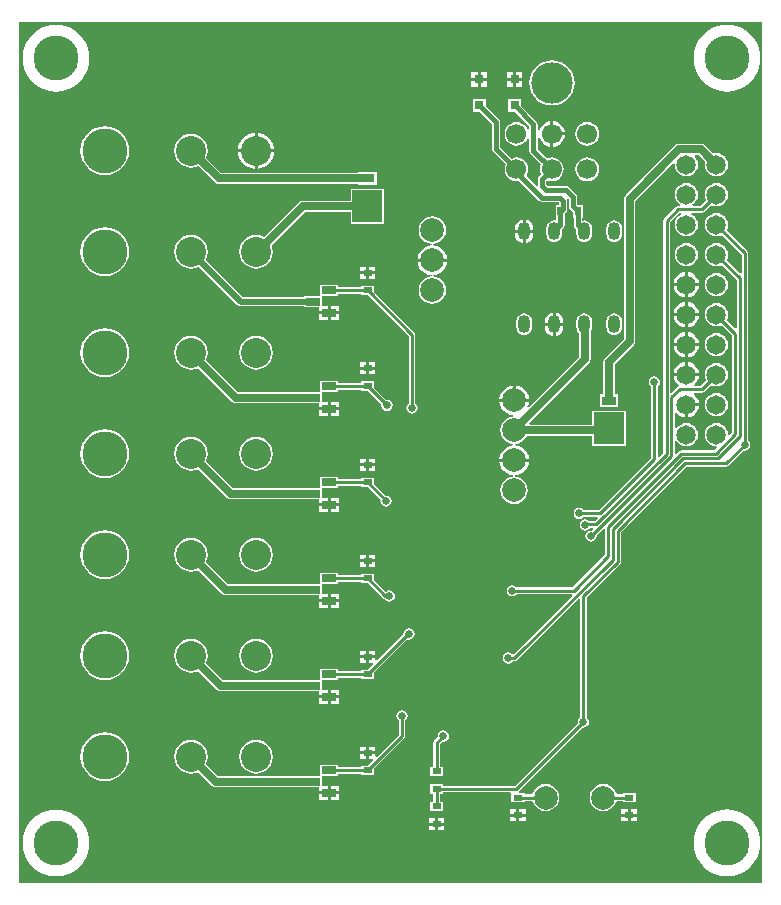
<source format=gbl>
G04 Layer_Physical_Order=2*
G04 Layer_Color=16711680*
%FSLAX44Y44*%
%MOMM*%
G71*
G01*
G75*
%ADD10R,0.8000X0.5000*%
%ADD12R,0.5000X0.8000*%
%ADD16R,2.5400X2.6670*%
%ADD17R,1.2700X0.7620*%
%ADD20C,0.2540*%
%ADD21C,0.6350*%
%ADD22C,0.5080*%
%ADD23C,2.0000*%
%ADD24C,3.8100*%
%ADD25C,1.6510*%
%ADD26C,2.5400*%
%ADD27C,1.7000*%
%ADD28C,3.5000*%
%ADD29O,1.0160X1.5240*%
%ADD30C,0.6350*%
%ADD31R,0.8000X0.8000*%
%ADD32R,1.2500X0.6500*%
%ADD33C,0.3810*%
G36*
X839984Y101007D02*
X210206D01*
Y830784D01*
X839984D01*
Y101007D01*
D02*
G37*
%LPC*%
G36*
X512152Y379298D02*
X506882D01*
Y375528D01*
X512152D01*
Y379298D01*
D02*
G37*
G36*
X471800Y420309D02*
X464280D01*
Y415789D01*
X471800D01*
Y420309D01*
D02*
G37*
G36*
X512152Y372988D02*
X506882D01*
Y369218D01*
X512152D01*
Y372988D01*
D02*
G37*
G36*
X504342Y379298D02*
X499072D01*
Y375528D01*
X504342D01*
Y379298D01*
D02*
G37*
G36*
X642237Y458009D02*
X629756D01*
X617276D01*
X617539Y456006D01*
X618803Y452955D01*
X620813Y450336D01*
X623432Y448326D01*
X626483Y447062D01*
X629072Y446721D01*
X629177Y446708D01*
Y445427D01*
X629072Y445413D01*
X626748Y445107D01*
X623945Y443946D01*
X621538Y442099D01*
X619690Y439691D01*
X618529Y436888D01*
X618133Y433880D01*
X618529Y430871D01*
X619690Y428068D01*
X621538Y425661D01*
X623945Y423813D01*
X626748Y422652D01*
X629757Y422256D01*
X632765Y422652D01*
X635568Y423813D01*
X637976Y425661D01*
X639823Y428068D01*
X640984Y430871D01*
X641380Y433880D01*
X640984Y436888D01*
X639823Y439691D01*
X637976Y442099D01*
X635568Y443946D01*
X632765Y445107D01*
X630441Y445413D01*
X630336Y445427D01*
Y446708D01*
X630441Y446721D01*
X633030Y447062D01*
X636081Y448326D01*
X638700Y450336D01*
X640710Y452955D01*
X641974Y456006D01*
X642237Y458009D01*
D02*
G37*
G36*
X481860Y427369D02*
X474340D01*
Y422849D01*
X481860D01*
Y427369D01*
D02*
G37*
G36*
Y420309D02*
X474340D01*
Y415789D01*
X481860D01*
Y420309D01*
D02*
G37*
G36*
X356108Y479167D02*
X352395Y478678D01*
X348935Y477245D01*
X345963Y474965D01*
X343683Y471993D01*
X342250Y468533D01*
X341761Y464820D01*
X342250Y461107D01*
X343683Y457647D01*
X345963Y454675D01*
X348935Y452395D01*
X352395Y450962D01*
X356108Y450473D01*
X359821Y450962D01*
X362203Y451949D01*
X386461Y427691D01*
X388016Y426653D01*
X389849Y426288D01*
X459570D01*
X459655Y426305D01*
X464280D01*
Y422849D01*
X471800D01*
Y427369D01*
X467344D01*
Y435805D01*
X480844D01*
Y437730D01*
X500088D01*
Y436560D01*
X505607D01*
X516731Y425436D01*
X516573Y424639D01*
X516938Y422806D01*
X517976Y421251D01*
X519530Y420213D01*
X521364Y419848D01*
X523197Y420213D01*
X524752Y421251D01*
X525790Y422806D01*
X526155Y424639D01*
X525790Y426473D01*
X524752Y428027D01*
X523197Y429065D01*
X521364Y429430D01*
X520889Y429336D01*
X511136Y439089D01*
Y444608D01*
X500088D01*
Y443428D01*
X480844D01*
Y445353D01*
X465296D01*
Y435853D01*
X459655D01*
X459570Y435870D01*
X391833D01*
X368979Y458724D01*
X369966Y461107D01*
X370455Y464820D01*
X369966Y468533D01*
X368533Y471993D01*
X366253Y474965D01*
X363281Y477245D01*
X359821Y478678D01*
X356108Y479167D01*
D02*
G37*
G36*
X481860Y339029D02*
X474340D01*
Y334509D01*
X481860D01*
Y339029D01*
D02*
G37*
G36*
X356108Y393653D02*
X352395Y393164D01*
X348935Y391731D01*
X345963Y389451D01*
X343683Y386480D01*
X342250Y383020D01*
X341761Y379307D01*
X342250Y375593D01*
X343683Y372133D01*
X345963Y369162D01*
X348935Y366882D01*
X352395Y365449D01*
X356108Y364960D01*
X359821Y365449D01*
X362203Y366436D01*
X382228Y346411D01*
X383782Y345373D01*
X385616Y345008D01*
X459570D01*
X459655Y345025D01*
X464280D01*
Y341569D01*
X471800D01*
Y346089D01*
X467344D01*
Y354525D01*
X480844D01*
Y356450D01*
X500088D01*
Y355234D01*
X505607D01*
X518383Y342458D01*
X518383Y342458D01*
X519307Y341840D01*
X520315Y341640D01*
X520686Y341085D01*
X522241Y340046D01*
X524074Y339681D01*
X525908Y340046D01*
X527462Y341085D01*
X528500Y342639D01*
X528865Y344472D01*
X528500Y346306D01*
X527462Y347860D01*
X525908Y348899D01*
X524074Y349263D01*
X522241Y348899D01*
X520897Y348001D01*
X511136Y357762D01*
Y363282D01*
X500088D01*
Y362148D01*
X480844D01*
Y364073D01*
X465296D01*
Y354573D01*
X459655D01*
X459570Y354590D01*
X387600D01*
X368979Y373211D01*
X369966Y375593D01*
X370455Y379307D01*
X369966Y383020D01*
X368533Y386480D01*
X366253Y389451D01*
X363281Y391731D01*
X359821Y393164D01*
X356108Y393653D01*
D02*
G37*
G36*
X512152Y298037D02*
X506882D01*
Y294267D01*
X512152D01*
Y298037D01*
D02*
G37*
G36*
X471800Y339029D02*
X464280D01*
Y334509D01*
X471800D01*
Y339029D01*
D02*
G37*
G36*
X411226Y393653D02*
X407513Y393164D01*
X404053Y391731D01*
X401081Y389451D01*
X398801Y386480D01*
X397368Y383020D01*
X396879Y379307D01*
X397368Y375593D01*
X398801Y372133D01*
X401081Y369162D01*
X404053Y366882D01*
X407513Y365449D01*
X411226Y364960D01*
X414939Y365449D01*
X418399Y366882D01*
X421371Y369162D01*
X423651Y372133D01*
X425084Y375593D01*
X425573Y379307D01*
X425084Y383020D01*
X423651Y386480D01*
X421371Y389451D01*
X418399Y391731D01*
X414939Y393164D01*
X411226Y393653D01*
D02*
G37*
G36*
X504342Y372988D02*
X499072D01*
Y369218D01*
X504342D01*
Y372988D01*
D02*
G37*
G36*
X481860Y346089D02*
X474340D01*
Y341569D01*
X481860D01*
Y346089D01*
D02*
G37*
G36*
X283210Y399980D02*
X279177Y399583D01*
X275299Y398406D01*
X271724Y396496D01*
X268592Y393925D01*
X266021Y390792D01*
X264110Y387218D01*
X262934Y383340D01*
X262537Y379307D01*
X262934Y375273D01*
X264110Y371395D01*
X266021Y367821D01*
X268592Y364688D01*
X271724Y362117D01*
X275299Y360207D01*
X279177Y359030D01*
X283210Y358633D01*
X287243Y359030D01*
X291121Y360207D01*
X294696Y362117D01*
X297828Y364688D01*
X300399Y367821D01*
X302310Y371395D01*
X303486Y375273D01*
X303883Y379307D01*
X303486Y383340D01*
X302310Y387218D01*
X300399Y390792D01*
X297828Y393925D01*
X294696Y396496D01*
X291121Y398406D01*
X287243Y399583D01*
X283210Y399980D01*
D02*
G37*
G36*
Y485494D02*
X279177Y485096D01*
X275299Y483920D01*
X271724Y482009D01*
X268592Y479438D01*
X266021Y476306D01*
X264110Y472731D01*
X262934Y468853D01*
X262537Y464820D01*
X262934Y460787D01*
X264110Y456908D01*
X266021Y453334D01*
X268592Y450201D01*
X271724Y447631D01*
X275299Y445720D01*
X279177Y444544D01*
X283210Y444146D01*
X287243Y444544D01*
X291121Y445720D01*
X294696Y447631D01*
X297828Y450201D01*
X300399Y453334D01*
X302310Y456908D01*
X303486Y460787D01*
X303883Y464820D01*
X303486Y468853D01*
X302310Y472731D01*
X300399Y476306D01*
X297828Y479438D01*
X294696Y482009D01*
X291121Y483920D01*
X287243Y485096D01*
X283210Y485494D01*
D02*
G37*
G36*
X356108Y564680D02*
X352395Y564191D01*
X348935Y562758D01*
X345963Y560478D01*
X343683Y557507D01*
X342250Y554047D01*
X341761Y550333D01*
X342250Y546620D01*
X343683Y543160D01*
X345963Y540189D01*
X348935Y537909D01*
X352395Y536475D01*
X356108Y535987D01*
X359821Y536475D01*
X362203Y537462D01*
X390695Y508971D01*
X392249Y507933D01*
X394082Y507568D01*
X459570D01*
X459655Y507585D01*
X464280D01*
Y504129D01*
X471800D01*
Y508649D01*
X467344D01*
Y517085D01*
X480844D01*
Y519010D01*
X499955D01*
X499955Y519010D01*
X500088Y518901D01*
Y518222D01*
X505607D01*
X517529Y506300D01*
X517412Y505709D01*
X517776Y503876D01*
X518815Y502321D01*
X520369Y501283D01*
X522203Y500918D01*
X524036Y501283D01*
X525590Y502321D01*
X526629Y503876D01*
X526994Y505709D01*
X526629Y507542D01*
X525590Y509097D01*
X524036Y510135D01*
X522203Y510500D01*
X521521Y510365D01*
X511136Y520751D01*
Y526270D01*
X500088D01*
Y525044D01*
X499252Y524878D01*
X498997Y524708D01*
X480844D01*
Y526633D01*
X465296D01*
Y517133D01*
X459655D01*
X459570Y517150D01*
X396067D01*
X368979Y544238D01*
X369966Y546620D01*
X370455Y550333D01*
X369966Y554047D01*
X368533Y557507D01*
X366253Y560478D01*
X363281Y562758D01*
X359821Y564191D01*
X356108Y564680D01*
D02*
G37*
G36*
X689065Y583591D02*
X687342Y583364D01*
X685735Y582699D01*
X684355Y581640D01*
X683297Y580261D01*
X682632Y578654D01*
X682404Y576930D01*
Y571850D01*
X682632Y570126D01*
X683297Y568520D01*
X684355Y567140D01*
X684906Y566717D01*
Y546605D01*
X642105Y503803D01*
X641028Y504523D01*
X641974Y506806D01*
X642237Y508810D01*
X629756D01*
X617276D01*
X617539Y506806D01*
X618803Y503755D01*
X620813Y501136D01*
X623432Y499126D01*
X626483Y497862D01*
X629072Y497522D01*
X629177Y497508D01*
Y496227D01*
X629072Y496213D01*
X626748Y495907D01*
X623945Y494746D01*
X621538Y492898D01*
X619690Y490491D01*
X618529Y487688D01*
X618133Y484679D01*
X618529Y481671D01*
X619690Y478868D01*
X621538Y476460D01*
X623945Y474613D01*
X626748Y473452D01*
X629072Y473146D01*
X629177Y473132D01*
Y471852D01*
X629072Y471838D01*
X626483Y471497D01*
X623432Y470233D01*
X620813Y468223D01*
X618803Y465604D01*
X617539Y462553D01*
X617276Y460550D01*
X629756D01*
X642237D01*
X641974Y462553D01*
X640710Y465604D01*
X638700Y468223D01*
X636081Y470233D01*
X633030Y471497D01*
X630441Y471838D01*
X630336Y471852D01*
Y473132D01*
X630441Y473146D01*
X632765Y473452D01*
X635568Y474613D01*
X637976Y476460D01*
X639823Y478868D01*
X640246Y479888D01*
X695772D01*
Y471375D01*
X724220D01*
Y501093D01*
X695772D01*
Y489471D01*
X642982D01*
X642496Y490644D01*
X693085Y541232D01*
X694123Y542787D01*
X694488Y544620D01*
Y568069D01*
X694834Y568520D01*
X695499Y570126D01*
X695726Y571850D01*
Y576930D01*
X695499Y578654D01*
X694834Y580261D01*
X693775Y581640D01*
X692396Y582699D01*
X690789Y583364D01*
X689065Y583591D01*
D02*
G37*
G36*
X481860Y501589D02*
X474340D01*
Y497069D01*
X481860D01*
Y501589D01*
D02*
G37*
G36*
X356108Y650193D02*
X352395Y649705D01*
X348935Y648271D01*
X345963Y645991D01*
X343683Y643020D01*
X342250Y639560D01*
X341761Y635847D01*
X342250Y632133D01*
X343683Y628673D01*
X345963Y625702D01*
X348935Y623422D01*
X352395Y621989D01*
X356108Y621500D01*
X359821Y621989D01*
X362851Y623244D01*
X395386Y590709D01*
X396730Y589811D01*
X398316Y589495D01*
X451796D01*
Y588865D01*
X464280D01*
Y585409D01*
X471800D01*
Y589929D01*
X467344D01*
Y598365D01*
X480844D01*
Y600268D01*
X500088D01*
Y599093D01*
X505607D01*
X540398Y564302D01*
Y507423D01*
X539859Y507063D01*
X538820Y505508D01*
X538455Y503675D01*
X538820Y501841D01*
X539859Y500287D01*
X541413Y499249D01*
X543246Y498884D01*
X545080Y499249D01*
X546634Y500287D01*
X547673Y501841D01*
X548037Y503675D01*
X547673Y505508D01*
X546634Y507063D01*
X546095Y507423D01*
Y565482D01*
X545878Y566572D01*
X545261Y567496D01*
X545261Y567496D01*
X511136Y601621D01*
Y607141D01*
X500088D01*
Y605965D01*
X480844D01*
Y607913D01*
X465296D01*
Y598413D01*
X451796D01*
Y597783D01*
X400032D01*
X368711Y629104D01*
X369966Y632133D01*
X370455Y635847D01*
X369966Y639560D01*
X368533Y643020D01*
X366253Y645991D01*
X363281Y648271D01*
X359821Y649705D01*
X356108Y650193D01*
D02*
G37*
G36*
X631026Y522561D02*
Y511349D01*
X642237D01*
X641974Y513353D01*
X640710Y516404D01*
X638700Y519023D01*
X636081Y521033D01*
X633030Y522297D01*
X631026Y522561D01*
D02*
G37*
G36*
X283210Y571007D02*
X279177Y570610D01*
X275299Y569433D01*
X271724Y567523D01*
X268592Y564952D01*
X266021Y561819D01*
X264110Y558245D01*
X262934Y554366D01*
X262537Y550333D01*
X262934Y546300D01*
X264110Y542422D01*
X266021Y538848D01*
X268592Y535715D01*
X271724Y533144D01*
X275299Y531233D01*
X279177Y530057D01*
X283210Y529660D01*
X287243Y530057D01*
X291121Y531233D01*
X294696Y533144D01*
X297828Y535715D01*
X300399Y538848D01*
X302310Y542422D01*
X303486Y546300D01*
X303883Y550333D01*
X303486Y554366D01*
X302310Y558245D01*
X300399Y561819D01*
X297828Y564952D01*
X294696Y567523D01*
X291121Y569433D01*
X287243Y570610D01*
X283210Y571007D01*
D02*
G37*
G36*
X481860Y508649D02*
X474340D01*
Y504129D01*
X481860D01*
Y508649D01*
D02*
G37*
G36*
X628486Y522561D02*
X626483Y522297D01*
X623432Y521033D01*
X620813Y519023D01*
X618803Y516404D01*
X617539Y513353D01*
X617276Y511349D01*
X628486D01*
Y522561D01*
D02*
G37*
G36*
X512152Y454314D02*
X506882D01*
Y450544D01*
X512152D01*
Y454314D01*
D02*
G37*
G36*
X504342Y460624D02*
X499072D01*
Y456854D01*
X504342D01*
Y460624D01*
D02*
G37*
G36*
X411226Y479167D02*
X407513Y478678D01*
X404053Y477245D01*
X401081Y474965D01*
X398801Y471993D01*
X397368Y468533D01*
X396879Y464820D01*
X397368Y461107D01*
X398801Y457647D01*
X401081Y454675D01*
X404053Y452395D01*
X407513Y450962D01*
X411226Y450473D01*
X414939Y450962D01*
X418399Y452395D01*
X421371Y454675D01*
X423651Y457647D01*
X425084Y461107D01*
X425573Y464820D01*
X425084Y468533D01*
X423651Y471993D01*
X421371Y474965D01*
X418399Y477245D01*
X414939Y478678D01*
X411226Y479167D01*
D02*
G37*
G36*
X504342Y454314D02*
X499072D01*
Y450544D01*
X504342D01*
Y454314D01*
D02*
G37*
G36*
X800963Y516290D02*
X798410Y515954D01*
X796031Y514968D01*
X793988Y513401D01*
X792421Y511358D01*
X791435Y508979D01*
X791099Y506426D01*
X791435Y503873D01*
X792421Y501495D01*
X793988Y499452D01*
X796031Y497884D01*
X798410Y496899D01*
X800963Y496563D01*
X803515Y496899D01*
X805894Y497884D01*
X807937Y499452D01*
X809504Y501495D01*
X810490Y503873D01*
X810826Y506426D01*
X810490Y508979D01*
X809504Y511358D01*
X807937Y513401D01*
X805894Y514968D01*
X803515Y515954D01*
X800963Y516290D01*
D02*
G37*
G36*
X471800Y501589D02*
X464280D01*
Y497069D01*
X471800D01*
Y501589D01*
D02*
G37*
G36*
X512152Y460624D02*
X506882D01*
Y456854D01*
X512152D01*
Y460624D01*
D02*
G37*
G36*
X786283Y505156D02*
X776833D01*
Y495705D01*
X778381Y495909D01*
X781006Y496997D01*
X783262Y498727D01*
X784992Y500982D01*
X786080Y503608D01*
X786283Y505156D01*
D02*
G37*
G36*
X631749Y163666D02*
X626479D01*
Y159896D01*
X631749D01*
Y163666D01*
D02*
G37*
G36*
X639560D02*
X634290D01*
Y159896D01*
X639560D01*
Y163666D01*
D02*
G37*
G36*
X725786Y157356D02*
X720516D01*
Y153586D01*
X725786D01*
Y157356D01*
D02*
G37*
G36*
X733596D02*
X728326D01*
Y153586D01*
X733596D01*
Y157356D01*
D02*
G37*
G36*
X705225Y185376D02*
X702216Y184980D01*
X699413Y183819D01*
X697005Y181972D01*
X695158Y179564D01*
X693997Y176761D01*
X693601Y173753D01*
X693997Y170744D01*
X695158Y167941D01*
X697005Y165534D01*
X699413Y163687D01*
X702216Y162525D01*
X705225Y162129D01*
X708233Y162525D01*
X711036Y163687D01*
X713444Y165534D01*
X715291Y167941D01*
X716452Y170744D01*
X716473Y170904D01*
X721532D01*
Y169602D01*
X732579D01*
Y177650D01*
X721532D01*
Y176602D01*
X716473D01*
X716452Y176761D01*
X715291Y179564D01*
X713444Y181972D01*
X711036Y183819D01*
X708233Y184980D01*
X705225Y185376D01*
D02*
G37*
G36*
X471800Y176469D02*
X464280D01*
Y171949D01*
X471800D01*
Y176469D01*
D02*
G37*
G36*
X725786Y163666D02*
X720516D01*
Y159896D01*
X725786D01*
Y163666D01*
D02*
G37*
G36*
X733596D02*
X728326D01*
Y159896D01*
X733596D01*
Y163666D01*
D02*
G37*
G36*
X562929Y150033D02*
X557659D01*
Y146263D01*
X562929D01*
Y150033D01*
D02*
G37*
G36*
X570739D02*
X565469D01*
Y146263D01*
X570739D01*
Y150033D01*
D02*
G37*
G36*
X241903Y163602D02*
X237479Y163254D01*
X233164Y162218D01*
X229064Y160519D01*
X225280Y158201D01*
X221906Y155318D01*
X219023Y151944D01*
X216705Y148160D01*
X215006Y144060D01*
X213970Y139745D01*
X213622Y135321D01*
X213970Y130897D01*
X215006Y126581D01*
X216705Y122481D01*
X219023Y118697D01*
X221906Y115323D01*
X225280Y112441D01*
X229064Y110122D01*
X233164Y108424D01*
X237479Y107388D01*
X241903Y107039D01*
X246327Y107388D01*
X250643Y108424D01*
X254743Y110122D01*
X258527Y112441D01*
X261901Y115323D01*
X264783Y118697D01*
X267102Y122481D01*
X268800Y126581D01*
X269836Y130897D01*
X270184Y135321D01*
X269836Y139745D01*
X268800Y144060D01*
X267102Y148160D01*
X264783Y151944D01*
X261901Y155318D01*
X258527Y158201D01*
X254743Y160519D01*
X250643Y162218D01*
X246327Y163254D01*
X241903Y163602D01*
D02*
G37*
G36*
X810043Y163675D02*
X805619Y163327D01*
X801304Y162291D01*
X797204Y160593D01*
X793420Y158274D01*
X790046Y155392D01*
X787163Y152017D01*
X784845Y148234D01*
X783147Y144134D01*
X782111Y139818D01*
X781762Y135394D01*
X782111Y130970D01*
X783147Y126655D01*
X784845Y122555D01*
X787163Y118771D01*
X790046Y115396D01*
X793420Y112514D01*
X797204Y110196D01*
X801304Y108497D01*
X805619Y107461D01*
X810043Y107113D01*
X814468Y107461D01*
X818783Y108497D01*
X822883Y110196D01*
X826667Y112514D01*
X830041Y115396D01*
X832923Y118771D01*
X835242Y122555D01*
X836941Y126655D01*
X837977Y130970D01*
X838325Y135394D01*
X837977Y139818D01*
X836941Y144134D01*
X835242Y148234D01*
X832923Y152017D01*
X830041Y155392D01*
X826667Y158274D01*
X822883Y160593D01*
X818783Y162291D01*
X814468Y163327D01*
X810043Y163675D01*
D02*
G37*
G36*
X631749Y157356D02*
X626479D01*
Y153586D01*
X631749D01*
Y157356D01*
D02*
G37*
G36*
X639560D02*
X634290D01*
Y153586D01*
X639560D01*
Y157356D01*
D02*
G37*
G36*
X562929Y156343D02*
X557659D01*
Y152573D01*
X562929D01*
Y156343D01*
D02*
G37*
G36*
X570739D02*
X565469D01*
Y152573D01*
X570739D01*
Y156343D01*
D02*
G37*
G36*
X481860Y176469D02*
X474340D01*
Y171949D01*
X481860D01*
Y176469D01*
D02*
G37*
G36*
Y264809D02*
X474340D01*
Y260289D01*
X481860D01*
Y264809D01*
D02*
G37*
G36*
X283210Y314467D02*
X279177Y314070D01*
X275299Y312893D01*
X271724Y310983D01*
X268592Y308412D01*
X266021Y305279D01*
X264110Y301705D01*
X262934Y297826D01*
X262537Y293793D01*
X262934Y289760D01*
X264110Y285882D01*
X266021Y282308D01*
X268592Y279175D01*
X271724Y276604D01*
X275299Y274694D01*
X279177Y273517D01*
X283210Y273120D01*
X287243Y273517D01*
X291121Y274694D01*
X294696Y276604D01*
X297828Y279175D01*
X300399Y282308D01*
X302310Y285882D01*
X303486Y289760D01*
X303883Y293793D01*
X303486Y297826D01*
X302310Y301705D01*
X300399Y305279D01*
X297828Y308412D01*
X294696Y310983D01*
X291121Y312893D01*
X287243Y314070D01*
X283210Y314467D01*
D02*
G37*
G36*
X471800Y257749D02*
X464280D01*
Y253229D01*
X471800D01*
Y257749D01*
D02*
G37*
G36*
X481860D02*
X474340D01*
Y253229D01*
X481860D01*
Y257749D01*
D02*
G37*
G36*
X540820Y317090D02*
X538987Y316725D01*
X537433Y315686D01*
X536394Y314132D01*
X536065Y312479D01*
X513325Y289739D01*
X512152Y290225D01*
Y291727D01*
X506882D01*
Y287957D01*
X509884D01*
X510370Y286783D01*
X505607Y282021D01*
X500088D01*
Y280868D01*
X480844D01*
Y282793D01*
X465296D01*
Y273293D01*
X459655D01*
X459570Y273310D01*
X383367D01*
X368979Y287698D01*
X369966Y290080D01*
X370455Y293793D01*
X369966Y297507D01*
X368533Y300967D01*
X366253Y303938D01*
X363281Y306218D01*
X359821Y307651D01*
X356108Y308140D01*
X352395Y307651D01*
X348935Y306218D01*
X345963Y303938D01*
X343683Y300967D01*
X342250Y297507D01*
X341761Y293793D01*
X342250Y290080D01*
X343683Y286620D01*
X345963Y283649D01*
X348935Y281369D01*
X352395Y279935D01*
X356108Y279447D01*
X359821Y279935D01*
X362203Y280922D01*
X377994Y265131D01*
X379549Y264093D01*
X381382Y263728D01*
X459570D01*
X459655Y263745D01*
X464280D01*
Y260289D01*
X471800D01*
Y264809D01*
X467344D01*
Y273245D01*
X480844D01*
Y275170D01*
X500088D01*
Y273973D01*
X511136D01*
Y279492D01*
X539428Y307785D01*
X540820Y307508D01*
X542654Y307872D01*
X544208Y308911D01*
X545247Y310465D01*
X545611Y312299D01*
X545247Y314132D01*
X544208Y315686D01*
X542654Y316725D01*
X540820Y317090D01*
D02*
G37*
G36*
X504342Y298037D02*
X499072D01*
Y294267D01*
X504342D01*
Y298037D01*
D02*
G37*
G36*
X411226Y308140D02*
X407513Y307651D01*
X404053Y306218D01*
X401081Y303938D01*
X398801Y300967D01*
X397368Y297507D01*
X396879Y293793D01*
X397368Y290080D01*
X398801Y286620D01*
X401081Y283649D01*
X404053Y281369D01*
X407513Y279935D01*
X411226Y279447D01*
X414939Y279935D01*
X418399Y281369D01*
X421371Y283649D01*
X423651Y286620D01*
X425084Y290080D01*
X425573Y293793D01*
X425084Y297507D01*
X423651Y300967D01*
X421371Y303938D01*
X418399Y306218D01*
X414939Y307651D01*
X411226Y308140D01*
D02*
G37*
G36*
X504342Y291727D02*
X499072D01*
Y287957D01*
X504342D01*
Y291727D01*
D02*
G37*
G36*
X411226Y222627D02*
X407513Y222138D01*
X404053Y220705D01*
X401081Y218425D01*
X398801Y215453D01*
X397368Y211993D01*
X396879Y208280D01*
X397368Y204567D01*
X398801Y201107D01*
X401081Y198135D01*
X404053Y195855D01*
X407513Y194422D01*
X411226Y193933D01*
X414939Y194422D01*
X418399Y195855D01*
X421371Y198135D01*
X423651Y201107D01*
X425084Y204567D01*
X425573Y208280D01*
X425084Y211993D01*
X423651Y215453D01*
X421371Y218425D01*
X418399Y220705D01*
X414939Y222138D01*
X411226Y222627D01*
D02*
G37*
G36*
X504342Y210466D02*
X499072D01*
Y206696D01*
X504342D01*
Y210466D01*
D02*
G37*
G36*
X481860Y183529D02*
X474340D01*
Y179009D01*
X481860D01*
Y183529D01*
D02*
G37*
G36*
X283210Y228953D02*
X279177Y228556D01*
X275299Y227380D01*
X271724Y225469D01*
X268592Y222898D01*
X266021Y219766D01*
X264110Y216191D01*
X262934Y212313D01*
X262537Y208280D01*
X262934Y204247D01*
X264110Y200369D01*
X266021Y196794D01*
X268592Y193662D01*
X271724Y191091D01*
X275299Y189180D01*
X279177Y188004D01*
X283210Y187607D01*
X287243Y188004D01*
X291121Y189180D01*
X294696Y191091D01*
X297828Y193662D01*
X300399Y196794D01*
X302310Y200369D01*
X303486Y204247D01*
X303883Y208280D01*
X303486Y212313D01*
X302310Y216191D01*
X300399Y219766D01*
X297828Y222898D01*
X294696Y225469D01*
X291121Y227380D01*
X287243Y228556D01*
X283210Y228953D01*
D02*
G37*
G36*
X512152Y216776D02*
X506882D01*
Y213006D01*
X512152D01*
Y216776D01*
D02*
G37*
G36*
X569901Y230735D02*
X568067Y230371D01*
X566513Y229332D01*
X565474Y227778D01*
X565110Y225944D01*
X565236Y225309D01*
X562184Y222257D01*
X561567Y221333D01*
X561350Y220243D01*
X561350Y220243D01*
Y199882D01*
X558675D01*
Y191834D01*
X569723D01*
Y199882D01*
X567048D01*
Y219063D01*
X569265Y221280D01*
X569901Y221153D01*
X571734Y221518D01*
X573288Y222557D01*
X574327Y224111D01*
X574692Y225944D01*
X574327Y227778D01*
X573288Y229332D01*
X571734Y230371D01*
X569901Y230735D01*
D02*
G37*
G36*
X534782Y247746D02*
X532949Y247381D01*
X531395Y246342D01*
X530356Y244788D01*
X529991Y242955D01*
X530356Y241121D01*
X531395Y239567D01*
X531934Y239207D01*
Y227087D01*
X513325Y208478D01*
X512152Y208964D01*
Y210466D01*
X506882D01*
Y206696D01*
X509884D01*
X510370Y205523D01*
X505607Y200760D01*
X500088D01*
Y199588D01*
X480844D01*
Y201513D01*
X465296D01*
Y192013D01*
X459655D01*
X459570Y192030D01*
X379133D01*
X368979Y202185D01*
X369966Y204567D01*
X370455Y208280D01*
X369966Y211993D01*
X368533Y215453D01*
X366253Y218425D01*
X363281Y220705D01*
X359821Y222138D01*
X356108Y222627D01*
X352395Y222138D01*
X348935Y220705D01*
X345963Y218425D01*
X343683Y215453D01*
X342250Y211993D01*
X341761Y208280D01*
X342250Y204567D01*
X343683Y201107D01*
X345963Y198135D01*
X348935Y195855D01*
X352395Y194422D01*
X356108Y193933D01*
X359821Y194422D01*
X362203Y195409D01*
X373761Y183851D01*
X375316Y182813D01*
X377149Y182448D01*
X459570D01*
X459655Y182465D01*
X464280D01*
Y179009D01*
X471800D01*
Y183529D01*
X467344D01*
Y191965D01*
X480844D01*
Y193890D01*
X500088D01*
Y192712D01*
X511136D01*
Y198231D01*
X536797Y223892D01*
X537414Y224816D01*
X537631Y225907D01*
X537631Y225907D01*
Y239207D01*
X538170Y239567D01*
X539209Y241121D01*
X539574Y242955D01*
X539209Y244788D01*
X538170Y246342D01*
X536616Y247381D01*
X534782Y247746D01*
D02*
G37*
G36*
X504342Y216776D02*
X499072D01*
Y213006D01*
X504342D01*
Y216776D01*
D02*
G37*
G36*
X504342Y535976D02*
X499072D01*
Y532206D01*
X504342D01*
Y535976D01*
D02*
G37*
G36*
X356108Y735707D02*
X352395Y735218D01*
X348935Y733784D01*
X345963Y731505D01*
X343683Y728533D01*
X342250Y725073D01*
X341761Y721360D01*
X342250Y717647D01*
X343683Y714186D01*
X345963Y711215D01*
X348935Y708935D01*
X352395Y707502D01*
X356108Y707013D01*
X359821Y707502D01*
X362204Y708489D01*
X376215Y694477D01*
X377770Y693439D01*
X379603Y693074D01*
X497586D01*
Y692531D01*
X513334D01*
Y703199D01*
X497586D01*
Y702656D01*
X381587D01*
X368979Y715264D01*
X369966Y717647D01*
X370455Y721360D01*
X369966Y725073D01*
X368533Y728533D01*
X366253Y731505D01*
X363281Y733784D01*
X359821Y735218D01*
X356108Y735707D01*
D02*
G37*
G36*
X691757Y715723D02*
X689140Y715378D01*
X686702Y714368D01*
X684608Y712761D01*
X683001Y710667D01*
X681991Y708229D01*
X681647Y705612D01*
X681991Y702995D01*
X683001Y700557D01*
X684608Y698463D01*
X686702Y696856D01*
X689140Y695846D01*
X691757Y695502D01*
X694374Y695846D01*
X696812Y696856D01*
X698906Y698463D01*
X700513Y700557D01*
X701523Y702995D01*
X701868Y705612D01*
X701523Y708229D01*
X700513Y710667D01*
X698906Y712761D01*
X696812Y714368D01*
X694374Y715378D01*
X691757Y715723D01*
D02*
G37*
G36*
X519684Y689229D02*
X491236D01*
Y679161D01*
X450596D01*
X448763Y678796D01*
X447208Y677758D01*
X417920Y648470D01*
X414939Y649705D01*
X411226Y650193D01*
X407513Y649705D01*
X404053Y648271D01*
X401081Y645991D01*
X398801Y643020D01*
X397368Y639560D01*
X396879Y635847D01*
X397368Y632133D01*
X398801Y628673D01*
X401081Y625702D01*
X404053Y623422D01*
X407513Y621989D01*
X411226Y621500D01*
X414939Y621989D01*
X418399Y623422D01*
X421371Y625702D01*
X423651Y628673D01*
X425084Y632133D01*
X425573Y635847D01*
X425084Y639560D01*
X424345Y641344D01*
X452580Y669579D01*
X491236D01*
Y659511D01*
X519684D01*
Y689229D01*
D02*
G37*
G36*
X800963Y694090D02*
X798410Y693754D01*
X796031Y692768D01*
X793988Y691201D01*
X792421Y689158D01*
X791435Y686779D01*
X791099Y684226D01*
X791435Y681674D01*
X792298Y679591D01*
X787299Y674592D01*
X781061D01*
X780892Y674918D01*
X780725Y675862D01*
X782537Y677252D01*
X784104Y679295D01*
X785090Y681674D01*
X785426Y684226D01*
X785090Y686779D01*
X784104Y689158D01*
X782537Y691201D01*
X780494Y692768D01*
X778115Y693754D01*
X775563Y694090D01*
X773010Y693754D01*
X770631Y692768D01*
X768588Y691201D01*
X767020Y689158D01*
X766035Y686779D01*
X765699Y684226D01*
X766035Y681674D01*
X767020Y679295D01*
X768588Y677252D01*
X770400Y675862D01*
X770233Y674918D01*
X770064Y674592D01*
X768480D01*
X768480Y674592D01*
X767389Y674375D01*
X766465Y673757D01*
X766465Y673757D01*
X756853Y664145D01*
X756235Y663221D01*
X756019Y662131D01*
X756019Y662131D01*
Y465866D01*
X752593Y462440D01*
X751419Y462926D01*
Y521792D01*
X751958Y522152D01*
X752997Y523707D01*
X753362Y525540D01*
X752997Y527374D01*
X751958Y528928D01*
X750404Y529967D01*
X748571Y530331D01*
X746737Y529967D01*
X745183Y528928D01*
X744144Y527374D01*
X743780Y525540D01*
X744144Y523707D01*
X745183Y522152D01*
X745722Y521792D01*
Y461316D01*
X701482Y417077D01*
X688703D01*
X688343Y417616D01*
X686789Y418655D01*
X684955Y419019D01*
X683122Y418655D01*
X681567Y417616D01*
X680529Y416062D01*
X680164Y414228D01*
X680529Y412395D01*
X681567Y410840D01*
X683122Y409802D01*
X684955Y409437D01*
X686789Y409802D01*
X688343Y410840D01*
X688703Y411379D01*
X699873D01*
X700359Y410206D01*
X697925Y407772D01*
X693445D01*
X693286Y408011D01*
X691731Y409049D01*
X689898Y409414D01*
X688064Y409049D01*
X686510Y408011D01*
X685472Y406456D01*
X685107Y404623D01*
X685472Y402789D01*
X686510Y401235D01*
X688064Y400196D01*
X689898Y399832D01*
X691731Y400196D01*
X693286Y401235D01*
X693847Y402075D01*
X696316D01*
X696802Y400902D01*
X695565Y399665D01*
X694841Y399809D01*
X693007Y399444D01*
X691453Y398405D01*
X690414Y396851D01*
X690050Y395018D01*
X690414Y393184D01*
X691453Y391630D01*
X693007Y390591D01*
X694841Y390227D01*
X696674Y390591D01*
X698229Y391630D01*
X699267Y393184D01*
X699632Y395018D01*
X699523Y395565D01*
X705286Y401328D01*
X706459Y400842D01*
Y379022D01*
X679062Y351624D01*
X631926D01*
X631565Y352164D01*
X630011Y353202D01*
X628178Y353567D01*
X626344Y353202D01*
X624790Y352164D01*
X623751Y350609D01*
X623387Y348776D01*
X623751Y346942D01*
X624790Y345388D01*
X626344Y344350D01*
X628178Y343985D01*
X630011Y344350D01*
X631565Y345388D01*
X631926Y345927D01*
X678357D01*
X678843Y344754D01*
X629635Y295546D01*
X628295Y295266D01*
X626740Y296305D01*
X624907Y296670D01*
X623073Y296305D01*
X621519Y295266D01*
X620480Y293712D01*
X620116Y291878D01*
X620480Y290045D01*
X621519Y288491D01*
X623073Y287452D01*
X624907Y287087D01*
X626740Y287452D01*
X628295Y288491D01*
X628655Y289030D01*
X629996D01*
X629996Y289030D01*
X631086Y289247D01*
X632010Y289864D01*
X684290Y342143D01*
X685463Y341657D01*
Y241496D01*
X684924Y241136D01*
X683885Y239582D01*
X683521Y237748D01*
X683647Y237113D01*
X630241Y183706D01*
X569723D01*
Y184882D01*
X558675D01*
Y176834D01*
X561350D01*
Y170327D01*
X558675D01*
Y162279D01*
X569723D01*
Y170327D01*
X567048D01*
Y176834D01*
X569723D01*
Y178009D01*
X626374D01*
X627495Y177650D01*
X627495Y176739D01*
Y169602D01*
X638544D01*
Y170777D01*
X645193D01*
X645197Y170744D01*
X646358Y167941D01*
X648205Y165534D01*
X650613Y163687D01*
X653416Y162525D01*
X656424Y162129D01*
X659433Y162525D01*
X662236Y163687D01*
X664643Y165534D01*
X666491Y167941D01*
X667652Y170744D01*
X668048Y173753D01*
X667652Y176761D01*
X666491Y179564D01*
X664643Y181972D01*
X662236Y183819D01*
X659433Y184980D01*
X656424Y185376D01*
X653416Y184980D01*
X650613Y183819D01*
X648205Y181972D01*
X646358Y179564D01*
X645197Y176761D01*
X645159Y176475D01*
X638544D01*
Y177650D01*
X633935D01*
X633539Y178595D01*
X633512Y178920D01*
X687676Y233084D01*
X688312Y232957D01*
X690145Y233322D01*
X691699Y234361D01*
X692738Y235915D01*
X693103Y237748D01*
X692738Y239582D01*
X691699Y241136D01*
X691160Y241496D01*
Y343267D01*
X719450Y371557D01*
X719451Y371557D01*
X720068Y372481D01*
X720285Y373571D01*
X720285Y373571D01*
Y398423D01*
X775754Y453892D01*
X809398D01*
X809398Y453892D01*
X810488Y454109D01*
X811412Y454726D01*
X824331Y467645D01*
X824955Y467521D01*
X826788Y467886D01*
X828342Y468924D01*
X829381Y470478D01*
X829746Y472312D01*
X829381Y474145D01*
X828342Y475700D01*
X828103Y475860D01*
Y634535D01*
X828103Y634535D01*
X827886Y635625D01*
X827268Y636549D01*
X809627Y654191D01*
X810490Y656273D01*
X810826Y658826D01*
X810490Y661379D01*
X809504Y663758D01*
X807937Y665801D01*
X805894Y667368D01*
X803515Y668354D01*
X800963Y668690D01*
X798410Y668354D01*
X796031Y667368D01*
X793988Y665801D01*
X792421Y663758D01*
X791435Y661379D01*
X791099Y658826D01*
X791435Y656273D01*
X792421Y653895D01*
X793988Y651852D01*
X796031Y650284D01*
X798410Y649299D01*
X800963Y648963D01*
X803515Y649299D01*
X805598Y650162D01*
X822405Y633355D01*
Y617672D01*
X821232Y617186D01*
X809627Y628791D01*
X810490Y630873D01*
X810826Y633426D01*
X810490Y635979D01*
X809504Y638358D01*
X807937Y640401D01*
X805894Y641968D01*
X803515Y642954D01*
X800963Y643290D01*
X798410Y642954D01*
X796031Y641968D01*
X793988Y640401D01*
X792421Y638358D01*
X791435Y635979D01*
X791099Y633426D01*
X791435Y630873D01*
X792421Y628495D01*
X793988Y626452D01*
X796031Y624884D01*
X798410Y623899D01*
X800963Y623563D01*
X803515Y623899D01*
X805598Y624762D01*
X818341Y612019D01*
Y570936D01*
X817168Y570450D01*
X809627Y577990D01*
X810490Y580074D01*
X810826Y582626D01*
X810490Y585179D01*
X809504Y587558D01*
X807937Y589601D01*
X805894Y591168D01*
X803515Y592154D01*
X800963Y592490D01*
X798410Y592154D01*
X796031Y591168D01*
X793988Y589601D01*
X792421Y587558D01*
X791435Y585179D01*
X791099Y582626D01*
X791435Y580074D01*
X792421Y577695D01*
X793988Y575652D01*
X796031Y574084D01*
X798410Y573099D01*
X800963Y572763D01*
X803515Y573099D01*
X805598Y573962D01*
X814277Y565283D01*
Y482744D01*
X811960Y480427D01*
X811190Y480806D01*
X810819Y481082D01*
X810490Y483579D01*
X809504Y485958D01*
X807937Y488001D01*
X805894Y489568D01*
X803515Y490554D01*
X800963Y490890D01*
X798410Y490554D01*
X796031Y489568D01*
X793988Y488001D01*
X792421Y485958D01*
X791435Y483579D01*
X791099Y481026D01*
X791435Y478474D01*
X792421Y476095D01*
X793988Y474052D01*
X796031Y472484D01*
X798410Y471499D01*
X800907Y471170D01*
X801182Y470798D01*
X801562Y470029D01*
X799251Y467718D01*
X771207D01*
X771207Y467718D01*
X770117Y467501D01*
X769193Y466883D01*
X769193Y466883D01*
X766953Y464644D01*
X765780Y465130D01*
Y475771D01*
X766924Y476069D01*
X767050Y476056D01*
X768588Y474052D01*
X770631Y472484D01*
X773010Y471499D01*
X775563Y471163D01*
X778115Y471499D01*
X780494Y472484D01*
X782537Y474052D01*
X784104Y476095D01*
X785090Y478474D01*
X785426Y481026D01*
X785090Y483579D01*
X784104Y485958D01*
X782537Y488001D01*
X780494Y489568D01*
X778115Y490554D01*
X775563Y490890D01*
X773010Y490554D01*
X770631Y489568D01*
X768588Y488001D01*
X767050Y485997D01*
X766924Y485983D01*
X765780Y486282D01*
Y499356D01*
X767050Y499787D01*
X767863Y498727D01*
X770118Y496997D01*
X772744Y495909D01*
X774293Y495705D01*
Y506426D01*
X775563D01*
Y507696D01*
X786283D01*
X786080Y509244D01*
X784992Y511870D01*
X783262Y514125D01*
X781852Y515207D01*
X782283Y516477D01*
X788462D01*
X788462Y516477D01*
X789552Y516693D01*
X790476Y517311D01*
X796327Y523162D01*
X798410Y522299D01*
X800963Y521963D01*
X803515Y522299D01*
X805894Y523284D01*
X807937Y524852D01*
X809504Y526895D01*
X810490Y529273D01*
X810826Y531826D01*
X810490Y534379D01*
X809504Y536758D01*
X807937Y538801D01*
X805894Y540368D01*
X803515Y541354D01*
X800963Y541690D01*
X798410Y541354D01*
X796031Y540368D01*
X793988Y538801D01*
X792421Y536758D01*
X791435Y534379D01*
X791099Y531826D01*
X791435Y529273D01*
X792298Y527191D01*
X787282Y522174D01*
X782803D01*
X782371Y523444D01*
X783262Y524127D01*
X784992Y526382D01*
X786080Y529008D01*
X786283Y530556D01*
X775563D01*
X764842D01*
X765045Y529008D01*
X766133Y526382D01*
X767863Y524127D01*
X768944Y523298D01*
X768713Y521957D01*
X767788Y521340D01*
X767788Y521340D01*
X762889Y516441D01*
X761716Y516927D01*
Y660951D01*
X769659Y668894D01*
X770996D01*
X771248Y667624D01*
X770631Y667368D01*
X768588Y665801D01*
X767020Y663758D01*
X766035Y661379D01*
X765699Y658826D01*
X766035Y656273D01*
X767020Y653895D01*
X768588Y651852D01*
X770631Y650284D01*
X773010Y649299D01*
X775563Y648963D01*
X778115Y649299D01*
X780494Y650284D01*
X782537Y651852D01*
X784104Y653895D01*
X785090Y656273D01*
X785426Y658826D01*
X785090Y661379D01*
X784104Y663758D01*
X782537Y665801D01*
X780494Y667368D01*
X779876Y667624D01*
X780129Y668894D01*
X788479D01*
X788479Y668894D01*
X789569Y669111D01*
X790493Y669728D01*
X796327Y675562D01*
X798410Y674699D01*
X800963Y674363D01*
X803515Y674699D01*
X805894Y675684D01*
X807937Y677252D01*
X809504Y679295D01*
X810490Y681674D01*
X810826Y684226D01*
X810490Y686779D01*
X809504Y689158D01*
X807937Y691201D01*
X805894Y692768D01*
X803515Y693754D01*
X800963Y694090D01*
D02*
G37*
G36*
X409956Y720090D02*
X396037D01*
X396207Y718372D01*
X397078Y715500D01*
X398493Y712852D01*
X400397Y710531D01*
X402718Y708627D01*
X405366Y707212D01*
X408238Y706340D01*
X409956Y706171D01*
Y720090D01*
D02*
G37*
G36*
X426415D02*
X412496D01*
Y706171D01*
X414214Y706340D01*
X417086Y707212D01*
X419734Y708627D01*
X422054Y710531D01*
X423959Y712852D01*
X425374Y715500D01*
X426245Y718372D01*
X426415Y720090D01*
D02*
G37*
G36*
X788008Y727371D02*
X769393D01*
X767560Y727007D01*
X766005Y725968D01*
X724201Y684164D01*
X723163Y682609D01*
X722798Y680776D01*
Y562210D01*
X706609Y546020D01*
X705570Y544466D01*
X705205Y542633D01*
Y515063D01*
X702122D01*
Y504395D01*
X717870D01*
Y515063D01*
X714788D01*
Y540648D01*
X730977Y556837D01*
X732015Y558392D01*
X732380Y560225D01*
Y678792D01*
X764601Y711012D01*
X765803Y710419D01*
X765699Y709626D01*
X766035Y707074D01*
X767020Y704695D01*
X768588Y702652D01*
X770631Y701084D01*
X773010Y700099D01*
X775563Y699763D01*
X778115Y700099D01*
X780494Y701084D01*
X782537Y702652D01*
X784104Y704695D01*
X785090Y707074D01*
X785426Y709626D01*
X785090Y712179D01*
X784104Y714558D01*
X782599Y716519D01*
X782699Y717077D01*
X782940Y717789D01*
X786024D01*
X791494Y712320D01*
X791435Y712179D01*
X791099Y709626D01*
X791435Y707074D01*
X792421Y704695D01*
X793988Y702652D01*
X796031Y701084D01*
X798410Y700099D01*
X800963Y699763D01*
X803515Y700099D01*
X805894Y701084D01*
X807937Y702652D01*
X809504Y704695D01*
X810490Y707074D01*
X810826Y709626D01*
X810490Y712179D01*
X809504Y714558D01*
X807937Y716601D01*
X805894Y718168D01*
X803515Y719154D01*
X800963Y719490D01*
X798410Y719154D01*
X798269Y719095D01*
X791396Y725968D01*
X789842Y727007D01*
X788008Y727371D01*
D02*
G37*
G36*
X283210Y742033D02*
X279177Y741636D01*
X275299Y740460D01*
X271724Y738549D01*
X268592Y735978D01*
X266021Y732846D01*
X264110Y729271D01*
X262934Y725393D01*
X262537Y721360D01*
X262934Y717327D01*
X264110Y713448D01*
X266021Y709874D01*
X268592Y706741D01*
X271724Y704171D01*
X275299Y702260D01*
X279177Y701084D01*
X283210Y700686D01*
X287243Y701084D01*
X291121Y702260D01*
X294696Y704171D01*
X297828Y706741D01*
X300399Y709874D01*
X302310Y713448D01*
X303486Y717327D01*
X303883Y721360D01*
X303486Y725393D01*
X302310Y729271D01*
X300399Y732846D01*
X297828Y735978D01*
X294696Y738549D01*
X291121Y740460D01*
X287243Y741636D01*
X283210Y742033D01*
D02*
G37*
G36*
X560474Y665795D02*
X557465Y665399D01*
X554662Y664238D01*
X552255Y662390D01*
X550408Y659983D01*
X549246Y657180D01*
X548850Y654171D01*
X549246Y651163D01*
X550408Y648360D01*
X552255Y645952D01*
X554662Y644105D01*
X557465Y642944D01*
X559789Y642638D01*
X559894Y642624D01*
Y641343D01*
X559789Y641329D01*
X557200Y640989D01*
X554150Y639725D01*
X551530Y637715D01*
X549520Y635095D01*
X548256Y632045D01*
X547993Y630041D01*
X560474D01*
X572955D01*
X572691Y632045D01*
X571427Y635095D01*
X569417Y637715D01*
X566798Y639725D01*
X563747Y640989D01*
X561158Y641329D01*
X561053Y641343D01*
Y642624D01*
X561158Y642638D01*
X563482Y642944D01*
X566286Y644105D01*
X568693Y645952D01*
X570540Y648360D01*
X571701Y651163D01*
X572097Y654171D01*
X571701Y657180D01*
X570540Y659983D01*
X568693Y662390D01*
X566286Y664238D01*
X563482Y665399D01*
X560474Y665795D01*
D02*
G37*
G36*
X636996Y651860D02*
X630580D01*
Y650590D01*
X630842Y648601D01*
X631609Y646747D01*
X632831Y645155D01*
X634423Y643934D01*
X636276Y643166D01*
X636996Y643071D01*
Y651860D01*
D02*
G37*
G36*
X512152Y623157D02*
X506882D01*
Y619387D01*
X512152D01*
Y623157D01*
D02*
G37*
G36*
X775563Y643290D02*
X773010Y642954D01*
X770631Y641968D01*
X768588Y640401D01*
X767020Y638358D01*
X766035Y635979D01*
X765699Y633426D01*
X766035Y630873D01*
X767020Y628495D01*
X768588Y626452D01*
X770631Y624884D01*
X773010Y623899D01*
X775563Y623563D01*
X778115Y623899D01*
X780494Y624884D01*
X782537Y626452D01*
X784104Y628495D01*
X785090Y630873D01*
X785426Y633426D01*
X785090Y635979D01*
X784104Y638358D01*
X782537Y640401D01*
X780494Y641968D01*
X778115Y642954D01*
X775563Y643290D01*
D02*
G37*
G36*
X636996Y663189D02*
X636276Y663094D01*
X634423Y662326D01*
X632831Y661105D01*
X631609Y659513D01*
X630842Y657659D01*
X630580Y655670D01*
Y654400D01*
X636996D01*
Y663189D01*
D02*
G37*
G36*
X639535D02*
Y654400D01*
X645951D01*
Y655670D01*
X645689Y657659D01*
X644922Y659513D01*
X643700Y661105D01*
X642108Y662326D01*
X640255Y663094D01*
X639535Y663189D01*
D02*
G37*
G36*
X645951Y651860D02*
X639535D01*
Y643071D01*
X640255Y643166D01*
X642108Y643934D01*
X643700Y645155D01*
X644922Y646747D01*
X645689Y648601D01*
X645951Y650590D01*
Y651860D01*
D02*
G37*
G36*
X714465Y662331D02*
X712741Y662104D01*
X711135Y661439D01*
X709755Y660380D01*
X708697Y659000D01*
X708031Y657394D01*
X707804Y655670D01*
Y650590D01*
X708031Y648866D01*
X708697Y647260D01*
X709755Y645880D01*
X711135Y644821D01*
X712741Y644156D01*
X714465Y643929D01*
X716189Y644156D01*
X717796Y644821D01*
X719175Y645880D01*
X720234Y647260D01*
X720900Y648866D01*
X721126Y650590D01*
Y655670D01*
X720900Y657394D01*
X720234Y659000D01*
X719175Y660380D01*
X717796Y661439D01*
X716189Y662104D01*
X714465Y662331D01*
D02*
G37*
G36*
X409956Y736548D02*
X408238Y736379D01*
X405366Y735508D01*
X402718Y734093D01*
X400397Y732188D01*
X398493Y729868D01*
X397078Y727220D01*
X396207Y724348D01*
X396037Y722630D01*
X409956D01*
Y736548D01*
D02*
G37*
G36*
X628826Y780522D02*
X623556D01*
Y775252D01*
X628826D01*
Y780522D01*
D02*
G37*
G36*
X636636D02*
X631366D01*
Y775252D01*
X636636D01*
Y780522D01*
D02*
G37*
G36*
X598826D02*
X593556D01*
Y775252D01*
X598826D01*
Y780522D01*
D02*
G37*
G36*
X606636D02*
X601366D01*
Y775252D01*
X606636D01*
Y780522D01*
D02*
G37*
G36*
Y788332D02*
X601366D01*
Y783062D01*
X606636D01*
Y788332D01*
D02*
G37*
G36*
X636636D02*
X631366D01*
Y783062D01*
X636636D01*
Y788332D01*
D02*
G37*
G36*
X598826D02*
X593556D01*
Y783062D01*
X598826D01*
Y788332D01*
D02*
G37*
G36*
X628826D02*
X623556D01*
Y783062D01*
X628826D01*
Y788332D01*
D02*
G37*
G36*
X691757Y745723D02*
X689140Y745378D01*
X686702Y744368D01*
X684608Y742761D01*
X683001Y740667D01*
X681991Y738229D01*
X681647Y735612D01*
X681991Y732995D01*
X683001Y730557D01*
X684608Y728463D01*
X686702Y726856D01*
X689140Y725846D01*
X691757Y725502D01*
X694374Y725846D01*
X696812Y726856D01*
X698906Y728463D01*
X700513Y730557D01*
X701523Y732995D01*
X701868Y735612D01*
X701523Y738229D01*
X700513Y740667D01*
X698906Y742761D01*
X696812Y744368D01*
X694374Y745378D01*
X691757Y745723D01*
D02*
G37*
G36*
X663027Y746580D02*
Y736882D01*
X672725D01*
X672513Y738494D01*
X671401Y741180D01*
X669631Y743486D01*
X667325Y745256D01*
X664639Y746368D01*
X663027Y746580D01*
D02*
G37*
G36*
X412496Y736548D02*
Y722630D01*
X426415D01*
X426245Y724348D01*
X425374Y727220D01*
X423959Y729868D01*
X422054Y732188D01*
X419734Y734093D01*
X417086Y735508D01*
X414214Y736379D01*
X412496Y736548D01*
D02*
G37*
G36*
X672725Y734342D02*
X663027D01*
Y724644D01*
X664639Y724856D01*
X667325Y725969D01*
X669631Y727738D01*
X671401Y730045D01*
X672513Y732730D01*
X672725Y734342D01*
D02*
G37*
G36*
X241903Y827987D02*
X237479Y827638D01*
X233164Y826602D01*
X229064Y824904D01*
X225280Y822586D01*
X221906Y819703D01*
X219023Y816329D01*
X216705Y812545D01*
X215006Y808445D01*
X213970Y804130D01*
X213622Y799706D01*
X213970Y795281D01*
X215006Y790966D01*
X216705Y786866D01*
X219023Y783082D01*
X221906Y779708D01*
X225280Y776826D01*
X229064Y774507D01*
X233164Y772809D01*
X237479Y771773D01*
X241903Y771424D01*
X246327Y771773D01*
X250643Y772809D01*
X254743Y774507D01*
X258527Y776826D01*
X261901Y779708D01*
X264783Y783082D01*
X267102Y786866D01*
X268800Y790966D01*
X269836Y795281D01*
X270184Y799706D01*
X269836Y804130D01*
X268800Y808445D01*
X267102Y812545D01*
X264783Y816329D01*
X261901Y819703D01*
X258527Y822586D01*
X254743Y824904D01*
X250643Y826602D01*
X246327Y827638D01*
X241903Y827987D01*
D02*
G37*
G36*
X810043Y828060D02*
X805619Y827712D01*
X801304Y826676D01*
X797204Y824978D01*
X793420Y822659D01*
X790046Y819777D01*
X787163Y816402D01*
X784845Y812618D01*
X783147Y808518D01*
X782111Y804203D01*
X781762Y799779D01*
X782111Y795355D01*
X783147Y791040D01*
X784845Y786940D01*
X787163Y783156D01*
X790046Y779781D01*
X793420Y776899D01*
X797204Y774580D01*
X801304Y772882D01*
X805619Y771846D01*
X810043Y771498D01*
X814468Y771846D01*
X818783Y772882D01*
X822883Y774580D01*
X826667Y776899D01*
X830041Y779781D01*
X832923Y783156D01*
X835242Y786940D01*
X836941Y791040D01*
X837977Y795355D01*
X838325Y799779D01*
X837977Y804203D01*
X836941Y808518D01*
X835242Y812618D01*
X832923Y816402D01*
X830041Y819777D01*
X826667Y822659D01*
X822883Y824978D01*
X818783Y826676D01*
X814468Y827712D01*
X810043Y828060D01*
D02*
G37*
G36*
X635620Y765316D02*
X624572D01*
Y754268D01*
X630676D01*
X642560Y742383D01*
Y739044D01*
X641290Y738791D01*
X640513Y740667D01*
X638906Y742761D01*
X636812Y744368D01*
X634374Y745378D01*
X631757Y745723D01*
X629140Y745378D01*
X626702Y744368D01*
X624608Y742761D01*
X623001Y740667D01*
X621991Y738229D01*
X621647Y735612D01*
X621991Y732995D01*
X623001Y730557D01*
X624608Y728463D01*
X626702Y726856D01*
X629140Y725846D01*
X631757Y725502D01*
X634374Y725846D01*
X636812Y726856D01*
X638906Y728463D01*
X640513Y730557D01*
X641290Y732433D01*
X642560Y732181D01*
Y721313D01*
X642826Y719975D01*
X643584Y718841D01*
X652637Y709788D01*
X651991Y708229D01*
X651647Y705612D01*
X651991Y702995D01*
X652637Y701436D01*
X650965Y699764D01*
X650207Y698630D01*
X649941Y697292D01*
Y691665D01*
X648843Y691111D01*
X648715Y691095D01*
X639966Y699844D01*
X640513Y700557D01*
X641523Y702995D01*
X641868Y705612D01*
X641523Y708229D01*
X640513Y710667D01*
X638906Y712761D01*
X636812Y714368D01*
X634374Y715378D01*
X631757Y715723D01*
X629140Y715378D01*
X627581Y714732D01*
X617877Y724437D01*
Y745507D01*
X617877Y745508D01*
X617611Y746845D01*
X616853Y747980D01*
X616853Y747980D01*
X605620Y759212D01*
Y765316D01*
X594572D01*
Y754268D01*
X600676D01*
X610884Y744059D01*
Y722989D01*
X611151Y721651D01*
X611908Y720517D01*
X622637Y709788D01*
X621991Y708229D01*
X621647Y705612D01*
X621991Y702995D01*
X623001Y700557D01*
X624608Y698463D01*
X626702Y696856D01*
X629140Y695846D01*
X631757Y695502D01*
X634110Y695811D01*
X650747Y679174D01*
X651882Y678416D01*
X653220Y678150D01*
X667004D01*
X667389Y677765D01*
Y675502D01*
X664893D01*
Y664454D01*
X664931D01*
X665196Y663184D01*
X664151Y662267D01*
X663665Y662331D01*
X661942Y662104D01*
X660335Y661439D01*
X658956Y660380D01*
X657897Y659000D01*
X657232Y657394D01*
X657004Y655670D01*
Y650590D01*
X657232Y648866D01*
X657897Y647260D01*
X658956Y645880D01*
X660335Y644821D01*
X661942Y644156D01*
X663665Y643929D01*
X665389Y644156D01*
X666996Y644821D01*
X668375Y645880D01*
X669434Y647260D01*
X670099Y648866D01*
X670327Y650590D01*
Y654847D01*
X671389Y655910D01*
X672147Y657044D01*
X672413Y658382D01*
Y664454D01*
X672941D01*
Y669057D01*
X673357Y669473D01*
X673357Y669473D01*
X674115Y670608D01*
X674381Y671946D01*
Y679213D01*
X674115Y680551D01*
X673904Y680867D01*
X674890Y681677D01*
X676096Y680471D01*
Y674303D01*
X676362Y672965D01*
X677120Y671831D01*
X679893Y669057D01*
Y664454D01*
X680421D01*
Y658278D01*
X680687Y656940D01*
X681445Y655806D01*
X682404Y654847D01*
Y650590D01*
X682632Y648866D01*
X683297Y647260D01*
X684355Y645880D01*
X685735Y644821D01*
X687342Y644156D01*
X689065Y643929D01*
X690789Y644156D01*
X692396Y644821D01*
X693775Y645880D01*
X694834Y647260D01*
X695499Y648866D01*
X695726Y650590D01*
Y655670D01*
X695499Y657394D01*
X694834Y659000D01*
X693775Y660380D01*
X692396Y661439D01*
X690789Y662104D01*
X689065Y662331D01*
X688368Y662239D01*
X687414Y663077D01*
Y664454D01*
X687941D01*
Y675502D01*
X683338D01*
X683089Y675751D01*
Y681919D01*
X683089Y681919D01*
X682822Y683257D01*
X682065Y684391D01*
X682065Y684391D01*
X675988Y690468D01*
X674854Y691226D01*
X673515Y691492D01*
X658136D01*
X656933Y692695D01*
Y695480D01*
X658008Y696315D01*
X659140Y695846D01*
X661757Y695502D01*
X664374Y695846D01*
X666812Y696856D01*
X668906Y698463D01*
X670513Y700557D01*
X671523Y702995D01*
X671868Y705612D01*
X671523Y708229D01*
X670513Y710667D01*
X668906Y712761D01*
X666812Y714368D01*
X664374Y715378D01*
X661757Y715723D01*
X659140Y715378D01*
X657581Y714732D01*
X649553Y722761D01*
Y734004D01*
X650823Y734087D01*
X651001Y732730D01*
X652114Y730045D01*
X653883Y727738D01*
X656189Y725969D01*
X658875Y724856D01*
X660487Y724644D01*
Y735612D01*
Y746580D01*
X658875Y746368D01*
X656189Y745256D01*
X653883Y743486D01*
X652114Y741180D01*
X651001Y738494D01*
X650823Y737137D01*
X649553Y737220D01*
Y743832D01*
X649286Y745170D01*
X648529Y746304D01*
X635620Y759212D01*
Y765316D01*
D02*
G37*
G36*
X661757Y797928D02*
X658028Y797561D01*
X654442Y796473D01*
X651137Y794707D01*
X648240Y792329D01*
X645863Y789433D01*
X644096Y786128D01*
X643008Y782542D01*
X642641Y778812D01*
X643008Y775083D01*
X644096Y771497D01*
X645863Y768192D01*
X648240Y765295D01*
X651137Y762918D01*
X654442Y761151D01*
X658028Y760063D01*
X661757Y759696D01*
X665486Y760063D01*
X669072Y761151D01*
X672377Y762918D01*
X675274Y765295D01*
X677652Y768192D01*
X679418Y771497D01*
X680506Y775083D01*
X680873Y778812D01*
X680506Y782542D01*
X679418Y786128D01*
X677652Y789433D01*
X675274Y792329D01*
X672377Y794707D01*
X669072Y796473D01*
X665486Y797561D01*
X661757Y797928D01*
D02*
G37*
G36*
X504342Y623157D02*
X499072D01*
Y619387D01*
X504342D01*
Y623157D01*
D02*
G37*
G36*
X776833Y567947D02*
Y558496D01*
X786283D01*
X786080Y560044D01*
X784992Y562670D01*
X783262Y564925D01*
X781006Y566656D01*
X778381Y567743D01*
X776833Y567947D01*
D02*
G37*
G36*
X662395Y573120D02*
X655980D01*
Y571850D01*
X656242Y569861D01*
X657009Y568007D01*
X658231Y566415D01*
X659823Y565194D01*
X661676Y564426D01*
X662395Y564331D01*
Y573120D01*
D02*
G37*
G36*
X800963Y567090D02*
X798410Y566754D01*
X796031Y565768D01*
X793988Y564201D01*
X792421Y562158D01*
X791435Y559779D01*
X791099Y557226D01*
X791435Y554674D01*
X792421Y552295D01*
X793988Y550252D01*
X796031Y548684D01*
X798410Y547699D01*
X800963Y547363D01*
X803515Y547699D01*
X805894Y548684D01*
X807937Y550252D01*
X809504Y552295D01*
X810490Y554674D01*
X810826Y557226D01*
X810490Y559779D01*
X809504Y562158D01*
X807937Y564201D01*
X805894Y565768D01*
X803515Y566754D01*
X800963Y567090D01*
D02*
G37*
G36*
X774293Y567947D02*
X772744Y567743D01*
X770118Y566656D01*
X767863Y564925D01*
X766133Y562670D01*
X765045Y560044D01*
X764842Y558496D01*
X774293D01*
Y567947D01*
D02*
G37*
G36*
X714465Y583591D02*
X712741Y583364D01*
X711135Y582699D01*
X709755Y581640D01*
X708697Y580261D01*
X708031Y578654D01*
X707804Y576930D01*
Y571850D01*
X708031Y570126D01*
X708697Y568520D01*
X709755Y567140D01*
X711135Y566081D01*
X712741Y565416D01*
X714465Y565189D01*
X716189Y565416D01*
X717796Y566081D01*
X719175Y567140D01*
X720234Y568520D01*
X720900Y570126D01*
X721126Y571850D01*
Y576930D01*
X720900Y578654D01*
X720234Y580261D01*
X719175Y581640D01*
X717796Y582699D01*
X716189Y583364D01*
X714465Y583591D01*
D02*
G37*
G36*
X786283Y581356D02*
X776833D01*
Y571905D01*
X778381Y572109D01*
X781006Y573197D01*
X783262Y574927D01*
X784992Y577182D01*
X786080Y579808D01*
X786283Y581356D01*
D02*
G37*
G36*
X671351Y573120D02*
X664936D01*
Y564331D01*
X665655Y564426D01*
X667508Y565194D01*
X669100Y566415D01*
X670322Y568007D01*
X671089Y569861D01*
X671351Y571850D01*
Y573120D01*
D02*
G37*
G36*
X638265Y583591D02*
X636541Y583364D01*
X634935Y582699D01*
X633555Y581640D01*
X632497Y580261D01*
X631832Y578654D01*
X631604Y576930D01*
Y571850D01*
X631832Y570126D01*
X632497Y568520D01*
X633555Y567140D01*
X634935Y566081D01*
X636541Y565416D01*
X638265Y565189D01*
X639990Y565416D01*
X641596Y566081D01*
X642975Y567140D01*
X644034Y568520D01*
X644699Y570126D01*
X644927Y571850D01*
Y576930D01*
X644699Y578654D01*
X644034Y580261D01*
X642975Y581640D01*
X641596Y582699D01*
X639990Y583364D01*
X638265Y583591D01*
D02*
G37*
G36*
X776833Y542547D02*
Y533096D01*
X786283D01*
X786080Y534644D01*
X784992Y537270D01*
X783262Y539525D01*
X781006Y541256D01*
X778381Y542343D01*
X776833Y542547D01*
D02*
G37*
G36*
X411226Y564680D02*
X407513Y564191D01*
X404053Y562758D01*
X401081Y560478D01*
X398801Y557507D01*
X397368Y554047D01*
X396879Y550333D01*
X397368Y546620D01*
X398801Y543160D01*
X401081Y540189D01*
X404053Y537909D01*
X407513Y536475D01*
X411226Y535987D01*
X414939Y536475D01*
X418399Y537909D01*
X421371Y540189D01*
X423651Y543160D01*
X425084Y546620D01*
X425573Y550333D01*
X425084Y554047D01*
X423651Y557507D01*
X421371Y560478D01*
X418399Y562758D01*
X414939Y564191D01*
X411226Y564680D01*
D02*
G37*
G36*
X512152Y535976D02*
X506882D01*
Y532206D01*
X512152D01*
Y535976D01*
D02*
G37*
G36*
X774293Y542547D02*
X772744Y542343D01*
X770118Y541256D01*
X767863Y539525D01*
X766133Y537270D01*
X765045Y534644D01*
X764842Y533096D01*
X774293D01*
Y542547D01*
D02*
G37*
G36*
X786283Y555956D02*
X776833D01*
Y546505D01*
X778381Y546709D01*
X781006Y547797D01*
X783262Y549527D01*
X784992Y551782D01*
X786080Y554408D01*
X786283Y555956D01*
D02*
G37*
G36*
X774293D02*
X764842D01*
X765045Y554408D01*
X766133Y551782D01*
X767863Y549527D01*
X770118Y547797D01*
X772744Y546709D01*
X774293Y546505D01*
Y555956D01*
D02*
G37*
G36*
X504342Y542286D02*
X499072D01*
Y538516D01*
X504342D01*
Y542286D01*
D02*
G37*
G36*
X512152D02*
X506882D01*
Y538516D01*
X512152D01*
Y542286D01*
D02*
G37*
G36*
X774293Y581356D02*
X764842D01*
X765045Y579808D01*
X766133Y577182D01*
X767863Y574927D01*
X770118Y573197D01*
X772744Y572109D01*
X774293Y571905D01*
Y581356D01*
D02*
G37*
G36*
X800963Y617890D02*
X798410Y617554D01*
X796031Y616568D01*
X793988Y615001D01*
X792421Y612958D01*
X791435Y610579D01*
X791099Y608026D01*
X791435Y605474D01*
X792421Y603095D01*
X793988Y601052D01*
X796031Y599484D01*
X798410Y598499D01*
X800963Y598163D01*
X803515Y598499D01*
X805894Y599484D01*
X807937Y601052D01*
X809504Y603095D01*
X810490Y605474D01*
X810826Y608026D01*
X810490Y610579D01*
X809504Y612958D01*
X807937Y615001D01*
X805894Y616568D01*
X803515Y617554D01*
X800963Y617890D01*
D02*
G37*
G36*
X774293Y618747D02*
X772744Y618543D01*
X770118Y617456D01*
X767863Y615725D01*
X766133Y613470D01*
X765045Y610844D01*
X764842Y609296D01*
X774293D01*
Y618747D01*
D02*
G37*
G36*
X786283Y606756D02*
X776833D01*
Y597305D01*
X778381Y597509D01*
X781006Y598597D01*
X783262Y600327D01*
X784992Y602582D01*
X786080Y605208D01*
X786283Y606756D01*
D02*
G37*
G36*
X774293D02*
X764842D01*
X765045Y605208D01*
X766133Y602582D01*
X767863Y600327D01*
X770118Y598597D01*
X772744Y597509D01*
X774293Y597305D01*
Y606756D01*
D02*
G37*
G36*
X512152Y616847D02*
X506882D01*
Y613077D01*
X512152D01*
Y616847D01*
D02*
G37*
G36*
X283210Y656520D02*
X279177Y656123D01*
X275299Y654946D01*
X271724Y653036D01*
X268592Y650465D01*
X266021Y647332D01*
X264110Y643758D01*
X262934Y639880D01*
X262537Y635847D01*
X262934Y631813D01*
X264110Y627935D01*
X266021Y624361D01*
X268592Y621228D01*
X271724Y618657D01*
X275299Y616747D01*
X279177Y615570D01*
X283210Y615173D01*
X287243Y615570D01*
X291121Y616747D01*
X294696Y618657D01*
X297828Y621228D01*
X300399Y624361D01*
X302310Y627935D01*
X303486Y631813D01*
X303883Y635847D01*
X303486Y639880D01*
X302310Y643758D01*
X300399Y647332D01*
X297828Y650465D01*
X294696Y653036D01*
X291121Y654946D01*
X287243Y656123D01*
X283210Y656520D01*
D02*
G37*
G36*
X776833Y618747D02*
Y609296D01*
X786283D01*
X786080Y610844D01*
X784992Y613470D01*
X783262Y615725D01*
X781006Y617456D01*
X778381Y618543D01*
X776833Y618747D01*
D02*
G37*
G36*
X504342Y616847D02*
X499072D01*
Y613077D01*
X504342D01*
Y616847D01*
D02*
G37*
G36*
X471800Y582869D02*
X464280D01*
Y578349D01*
X471800D01*
Y582869D01*
D02*
G37*
G36*
X481860D02*
X474340D01*
Y578349D01*
X481860D01*
Y582869D01*
D02*
G37*
G36*
X662395Y584449D02*
X661676Y584354D01*
X659823Y583586D01*
X658231Y582365D01*
X657009Y580773D01*
X656242Y578919D01*
X655980Y576930D01*
Y575660D01*
X662395D01*
Y584449D01*
D02*
G37*
G36*
X664936D02*
Y575660D01*
X671351D01*
Y576930D01*
X671089Y578919D01*
X670322Y580773D01*
X669100Y582365D01*
X667508Y583586D01*
X665655Y584354D01*
X664936Y584449D01*
D02*
G37*
G36*
X481860Y589929D02*
X474340D01*
Y585409D01*
X481860D01*
Y589929D01*
D02*
G37*
G36*
X572955Y627501D02*
X560474D01*
X547993D01*
X548256Y625498D01*
X549520Y622447D01*
X551530Y619828D01*
X554150Y617818D01*
X557200Y616554D01*
X559789Y616213D01*
X559894Y616199D01*
Y614919D01*
X559789Y614905D01*
X557465Y614599D01*
X554662Y613438D01*
X552255Y611590D01*
X550408Y609183D01*
X549246Y606380D01*
X548850Y603371D01*
X549246Y600363D01*
X550408Y597560D01*
X552255Y595152D01*
X554662Y593305D01*
X557465Y592144D01*
X560474Y591748D01*
X563482Y592144D01*
X566286Y593305D01*
X568693Y595152D01*
X570540Y597560D01*
X571701Y600363D01*
X572097Y603371D01*
X571701Y606380D01*
X570540Y609183D01*
X568693Y611590D01*
X566286Y613438D01*
X563482Y614599D01*
X561158Y614905D01*
X561053Y614919D01*
Y616199D01*
X561158Y616213D01*
X563747Y616554D01*
X566798Y617818D01*
X569417Y619828D01*
X571427Y622447D01*
X572691Y625498D01*
X572955Y627501D01*
D02*
G37*
G36*
X774293Y593347D02*
X772744Y593143D01*
X770118Y592056D01*
X767863Y590325D01*
X766133Y588070D01*
X765045Y585444D01*
X764842Y583896D01*
X774293D01*
Y593347D01*
D02*
G37*
G36*
X776833Y593347D02*
Y583896D01*
X786283D01*
X786080Y585444D01*
X784992Y588070D01*
X783262Y590325D01*
X781006Y592056D01*
X778381Y593143D01*
X776833Y593347D01*
D02*
G37*
%LPD*%
D10*
X564199Y195858D02*
D03*
Y180858D02*
D03*
Y151303D02*
D03*
Y166303D02*
D03*
X633019Y173626D02*
D03*
Y158626D02*
D03*
X727056Y173626D02*
D03*
Y158626D02*
D03*
X505612Y603116D02*
D03*
Y618117D02*
D03*
Y522246D02*
D03*
Y537246D02*
D03*
Y440584D02*
D03*
Y455584D02*
D03*
Y359258D02*
D03*
Y374258D02*
D03*
Y277997D02*
D03*
Y292997D02*
D03*
Y196736D02*
D03*
Y211736D02*
D03*
D12*
X683917Y669978D02*
D03*
X668917D02*
D03*
D16*
X505460Y674370D02*
D03*
X709996Y486234D02*
D03*
D17*
X505460Y697865D02*
D03*
X709996Y509729D02*
D03*
D20*
X748571Y460136D02*
Y525540D01*
X702662Y414228D02*
X748571Y460136D01*
X699105Y404924D02*
X758867Y464686D01*
X689526Y404924D02*
X699105D01*
X684955Y414228D02*
X702662D01*
X694947Y395018D02*
X762931Y463002D01*
X694841Y395018D02*
X694947D01*
X821190Y479881D02*
Y613199D01*
X802114Y460805D02*
X821190Y479881D01*
X817126Y481564D02*
Y566463D01*
X800431Y464869D02*
X817126Y481564D01*
X825254Y472597D02*
Y634535D01*
X809398Y456741D02*
X825254Y472597D01*
X774574Y456741D02*
X809398D01*
X564199Y220243D02*
X569901Y225944D01*
X564199Y195858D02*
Y220243D01*
X772891Y460805D02*
X802114D01*
X771207Y464869D02*
X800431D01*
X709308Y402970D02*
X771207Y464869D01*
X717436Y373571D02*
Y399603D01*
X688312Y237748D02*
Y344447D01*
X717436Y373571D01*
X631421Y180858D02*
X688312Y237748D01*
X564199Y180858D02*
X631421D01*
X564199Y166303D02*
Y180858D01*
X713372Y375254D02*
Y401286D01*
X629996Y291878D02*
X713372Y375254D01*
X624907Y291878D02*
X629996D01*
X709308Y377842D02*
Y402970D01*
X680242Y348776D02*
X709308Y377842D01*
X628178Y348776D02*
X680242D01*
X800963Y658826D02*
X825254Y634535D01*
X800963Y633426D02*
X821190Y613199D01*
X800963Y582626D02*
X817126Y566463D01*
X713372Y401286D02*
X772891Y460805D01*
X717436Y399603D02*
X774574Y456741D01*
X762931Y463002D02*
Y512454D01*
X758867Y464686D02*
Y662131D01*
X788462Y519325D02*
X800963Y531826D01*
X769803Y519325D02*
X788462D01*
X762931Y512454D02*
X769803Y519325D01*
X788479Y671743D02*
X800963Y684226D01*
X768480Y671743D02*
X788479D01*
X758867Y662131D02*
X768480Y671743D01*
X505612Y196736D02*
X534782Y225907D01*
Y242955D01*
X505612Y277997D02*
X539914Y312299D01*
X520397Y344472D02*
X524074D01*
X505612Y359258D02*
X520397Y344472D01*
X521364Y424639D02*
Y424832D01*
X505612Y440584D02*
X521364Y424832D01*
X505612Y522246D02*
X522148Y505709D01*
X505612Y603116D02*
X543246Y565482D01*
Y503675D02*
Y565482D01*
X480612Y603116D02*
X505612D01*
X473070Y603139D02*
X480590D01*
X480612Y603116D01*
X500342Y522246D02*
X505612D01*
X499955Y521859D02*
X500342Y522246D01*
X473070Y521859D02*
X499955D01*
X500342Y440584D02*
X505612D01*
X500336Y440579D02*
X500342Y440584D01*
X473070Y440579D02*
X500336D01*
X500342Y196736D02*
X505612D01*
X473070Y196739D02*
X500339D01*
X500342Y196736D01*
Y277997D02*
X505612D01*
X473070Y278019D02*
X500319D01*
X500342Y277997D01*
Y359258D02*
X505612D01*
X473070Y359299D02*
X500300D01*
X500342Y359258D01*
X726929Y173753D02*
X727056Y173626D01*
X705225Y173753D02*
X726929D01*
X633019Y173626D02*
X656298D01*
D21*
X727589Y680776D02*
X769393Y722580D01*
X727589Y560225D02*
Y680776D01*
X769393Y722580D02*
X788008D01*
X800963Y709626D01*
X689065Y574390D02*
X689697Y573758D01*
Y544620D02*
Y573758D01*
X356108Y721360D02*
X379603Y697865D01*
X505460D01*
X450596Y674370D02*
X505460D01*
X411226Y635000D02*
X450596Y674370D01*
X381382Y268519D02*
X459570D01*
X356108Y293793D02*
X381382Y268519D01*
X385616Y349799D02*
X459570D01*
X356108Y379307D02*
X385616Y349799D01*
X389849Y431079D02*
X459570D01*
X356108Y464820D02*
X389849Y431079D01*
X394082Y512359D02*
X459570D01*
X356108Y550333D02*
X394082Y512359D01*
X356108Y208280D02*
X377149Y187239D01*
X459570D01*
X629757Y484679D02*
X689697Y544620D01*
X629757Y484679D02*
X703128D01*
X709565Y491117D01*
X709996Y509729D02*
Y542633D01*
X727589Y560225D01*
D22*
X398316Y593639D02*
X459570D01*
X356108Y635847D02*
X398316Y593639D01*
D23*
X656424Y173753D02*
D03*
X705225D02*
D03*
X629757Y484679D02*
D03*
Y510079D02*
D03*
Y459280D02*
D03*
Y433880D02*
D03*
X560474Y603371D02*
D03*
Y628771D02*
D03*
Y654171D02*
D03*
D24*
X810043Y135394D02*
D03*
X241903Y135321D02*
D03*
X810043Y799779D02*
D03*
X241903Y799706D02*
D03*
X283210Y721360D02*
D03*
Y635847D02*
D03*
Y550333D02*
D03*
Y464820D02*
D03*
Y379307D02*
D03*
Y293793D02*
D03*
Y208280D02*
D03*
D25*
X800963Y709626D02*
D03*
X775563D02*
D03*
Y684226D02*
D03*
X800963D02*
D03*
Y633426D02*
D03*
X775563D02*
D03*
Y658826D02*
D03*
X800963D02*
D03*
Y557226D02*
D03*
X775563D02*
D03*
Y531826D02*
D03*
X800963D02*
D03*
Y582626D02*
D03*
X775563D02*
D03*
Y608026D02*
D03*
X800963D02*
D03*
Y481026D02*
D03*
X775563D02*
D03*
Y506426D02*
D03*
X800963D02*
D03*
D26*
X356108Y721360D02*
D03*
X411226D02*
D03*
X356108Y635847D02*
D03*
X411226D02*
D03*
X356108Y550333D02*
D03*
X411226D02*
D03*
X356108Y464820D02*
D03*
X411226D02*
D03*
X356108Y379307D02*
D03*
X411226D02*
D03*
X356108Y293793D02*
D03*
X411226D02*
D03*
X356108Y208280D02*
D03*
X411226D02*
D03*
D27*
X631757Y705612D02*
D03*
X661757D02*
D03*
X691757D02*
D03*
Y735612D02*
D03*
X631757D02*
D03*
X661757D02*
D03*
D28*
Y778812D02*
D03*
D29*
X714465Y653130D02*
D03*
X638265D02*
D03*
X714465Y574390D02*
D03*
X638265D02*
D03*
X689065D02*
D03*
X663665D02*
D03*
Y653130D02*
D03*
X689065D02*
D03*
D30*
X490664Y624193D02*
D03*
Y582152D02*
D03*
Y493924D02*
D03*
Y414282D02*
D03*
Y330199D02*
D03*
Y255294D02*
D03*
Y162329D02*
D03*
X700396Y286165D02*
D03*
Y299465D02*
D03*
Y312765D02*
D03*
X676155Y286165D02*
D03*
Y299465D02*
D03*
Y312765D02*
D03*
X689898Y404623D02*
D03*
X694841Y395018D02*
D03*
X824955Y472312D02*
D03*
X569901Y225944D02*
D03*
X688312Y237748D02*
D03*
X624907Y291878D02*
D03*
X628178Y348776D02*
D03*
X748571Y525540D02*
D03*
X684955Y414228D02*
D03*
X534782Y242955D02*
D03*
X540820Y312299D02*
D03*
X524074Y344472D02*
D03*
X521364Y424639D02*
D03*
X522203Y505709D02*
D03*
X543246Y503675D02*
D03*
D31*
X600096Y759792D02*
D03*
Y781792D02*
D03*
X630096Y759792D02*
D03*
Y781792D02*
D03*
D32*
X473070Y584139D02*
D03*
X459570Y593639D02*
D03*
X473070Y502859D02*
D03*
X459570Y512359D02*
D03*
X473070Y421579D02*
D03*
X459570Y431079D02*
D03*
X473070Y340299D02*
D03*
X459570Y349799D02*
D03*
X473070Y259019D02*
D03*
X459570Y268519D02*
D03*
X473070Y196739D02*
D03*
Y177739D02*
D03*
X459570Y187239D02*
D03*
X473070Y359299D02*
D03*
Y278019D02*
D03*
Y440579D02*
D03*
Y521859D02*
D03*
Y603139D02*
D03*
D33*
X630096Y759792D02*
X646056Y743832D01*
Y721313D02*
Y743832D01*
Y721313D02*
X661757Y705612D01*
X600096Y759792D02*
X614380Y745508D01*
Y722989D02*
Y745508D01*
Y722989D02*
X631757Y705612D01*
X679592Y674303D02*
Y681919D01*
Y674303D02*
X683917Y669978D01*
X673515Y687996D02*
X679592Y681919D01*
X683917Y658278D02*
X689065Y653130D01*
X683917Y658278D02*
Y669978D01*
X653437Y697292D02*
X661757Y705612D01*
X653437Y691247D02*
X656688Y687996D01*
X673515D01*
X653437Y691247D02*
Y697292D01*
X668452Y681646D02*
X670885Y679213D01*
Y671946D02*
Y679213D01*
X668917Y669978D02*
X670885Y671946D01*
X668917Y658382D02*
Y669978D01*
X663665Y653130D02*
X668917Y658382D01*
X631757Y703109D02*
Y705612D01*
Y703109D02*
X653220Y681646D01*
X668452D01*
M02*

</source>
